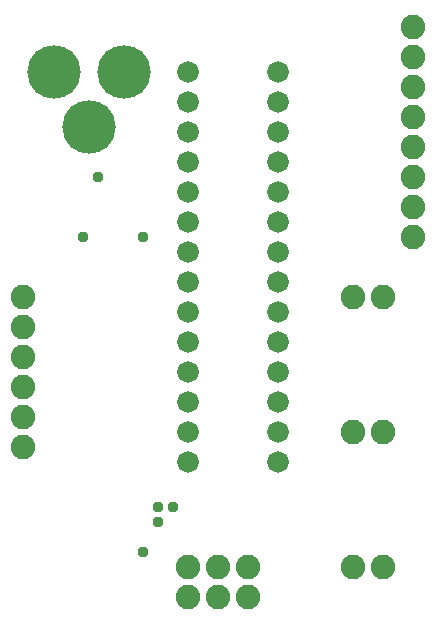
<source format=gbs>
G75*
%MOIN*%
%OFA0B0*%
%FSLAX25Y25*%
%IPPOS*%
%LPD*%
%AMOC8*
5,1,8,0,0,1.08239X$1,22.5*
%
%ADD10C,0.08200*%
%ADD11C,0.17800*%
%ADD12C,0.07200*%
%ADD13C,0.03778*%
D10*
X0025000Y0081300D03*
X0025000Y0091300D03*
X0025000Y0101300D03*
X0025000Y0111300D03*
X0025000Y0121300D03*
X0025000Y0131300D03*
X0080000Y0041300D03*
X0080000Y0031300D03*
X0090000Y0031300D03*
X0090000Y0041300D03*
X0100000Y0041300D03*
X0100000Y0031300D03*
X0135000Y0041300D03*
X0145000Y0041300D03*
X0145000Y0086300D03*
X0135000Y0086300D03*
X0135000Y0131300D03*
X0145000Y0131300D03*
X0155000Y0151300D03*
X0155000Y0161300D03*
X0155000Y0171300D03*
X0155000Y0181300D03*
X0155000Y0191300D03*
X0155000Y0201300D03*
X0155000Y0211300D03*
X0155000Y0221300D03*
D11*
X0058937Y0206300D03*
X0047126Y0187796D03*
X0035315Y0206300D03*
D12*
X0080000Y0206300D03*
X0080000Y0196300D03*
X0080000Y0186300D03*
X0080000Y0176300D03*
X0080000Y0166300D03*
X0080000Y0156300D03*
X0080000Y0146300D03*
X0080000Y0136300D03*
X0080000Y0126300D03*
X0080000Y0116300D03*
X0080000Y0106300D03*
X0080000Y0096300D03*
X0080000Y0086300D03*
X0080000Y0076300D03*
X0110000Y0076300D03*
X0110000Y0086300D03*
X0110000Y0096300D03*
X0110000Y0106300D03*
X0110000Y0116300D03*
X0110000Y0126300D03*
X0110000Y0136300D03*
X0110000Y0146300D03*
X0110000Y0156300D03*
X0110000Y0166300D03*
X0110000Y0176300D03*
X0110000Y0186300D03*
X0110000Y0196300D03*
X0110000Y0206300D03*
D13*
X0065000Y0151300D03*
X0050000Y0171300D03*
X0045000Y0151300D03*
X0070000Y0061300D03*
X0070000Y0056300D03*
X0075000Y0061300D03*
X0065000Y0046300D03*
M02*

</source>
